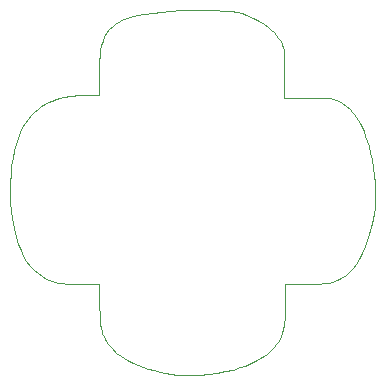
<source format=gbr>
G04 #@! TF.GenerationSoftware,KiCad,Pcbnew,5.1.5*
G04 #@! TF.CreationDate,2020-01-01T17:26:00-06:00*
G04 #@! TF.ProjectId,Python,50797468-6f6e-42e6-9b69-6361645f7063,rev?*
G04 #@! TF.SameCoordinates,Original*
G04 #@! TF.FileFunction,Profile,NP*
%FSLAX46Y46*%
G04 Gerber Fmt 4.6, Leading zero omitted, Abs format (unit mm)*
G04 Created by KiCad (PCBNEW 5.1.5) date 2020-01-01 17:26:00*
%MOMM*%
%LPD*%
G04 APERTURE LIST*
%ADD10C,0.100000*%
G04 APERTURE END LIST*
D10*
X120056778Y-99460233D02*
X118915810Y-99464301D01*
X118915810Y-99464301D02*
X118293224Y-99485722D01*
X118293224Y-99485722D02*
X117650838Y-99540916D01*
X117650838Y-99540916D02*
X116999849Y-99645523D01*
X116999849Y-99645523D02*
X116674629Y-99721242D01*
X116674629Y-99721242D02*
X116351459Y-99815179D01*
X116351459Y-99815179D02*
X116031738Y-99929287D01*
X116031738Y-99929287D02*
X115716867Y-100065522D01*
X115716867Y-100065522D02*
X115408245Y-100225838D01*
X115408245Y-100225838D02*
X115107273Y-100412189D01*
X115107273Y-100412189D02*
X114815350Y-100626531D01*
X114815350Y-100626531D02*
X114533876Y-100870819D01*
X114533876Y-100870819D02*
X114264252Y-101147006D01*
X114264252Y-101147006D02*
X114007877Y-101457048D01*
X114007877Y-101457048D02*
X113766152Y-101802899D01*
X113766152Y-101802899D02*
X113540475Y-102186514D01*
X113540475Y-102186514D02*
X113332248Y-102609848D01*
X113332248Y-102609848D02*
X113142870Y-103074855D01*
X113142870Y-103074855D02*
X112973742Y-103583491D01*
X112973742Y-103583491D02*
X112826262Y-104137709D01*
X112826262Y-104137709D02*
X112701831Y-104739465D01*
X112701831Y-104739465D02*
X112601850Y-105390712D01*
X112601850Y-105390712D02*
X112527718Y-106093407D01*
X112527718Y-106093407D02*
X112480835Y-106849503D01*
X112480835Y-106849503D02*
X112462600Y-107660956D01*
X112462600Y-107660956D02*
X112474415Y-108529719D01*
X112474415Y-108529719D02*
X112536675Y-109179685D01*
X112536675Y-109179685D02*
X112638494Y-109825112D01*
X112638494Y-109825112D02*
X112810939Y-110676015D01*
X112810939Y-110676015D02*
X113003446Y-111500296D01*
X113003446Y-111500296D02*
X113165449Y-112065856D01*
X113165449Y-112065856D02*
X113378039Y-112595897D01*
X113378039Y-112595897D02*
X113615379Y-113079860D01*
X113615379Y-113079860D02*
X113877441Y-113517713D01*
X113877441Y-113517713D02*
X114164199Y-113909424D01*
X114164199Y-113909424D02*
X114475628Y-114254962D01*
X114475628Y-114254962D02*
X114811701Y-114554294D01*
X114811701Y-114554294D02*
X115172393Y-114807389D01*
X115172393Y-114807389D02*
X115557676Y-115014214D01*
X115557676Y-115014214D02*
X115824861Y-115132922D01*
X115824861Y-115132922D02*
X116066762Y-115225365D01*
X116066762Y-115225365D02*
X116308098Y-115295242D01*
X116308098Y-115295242D02*
X116573583Y-115346256D01*
X116573583Y-115346256D02*
X116887935Y-115382109D01*
X116887935Y-115382109D02*
X117275868Y-115406503D01*
X117275868Y-115406503D02*
X118371348Y-115435716D01*
X118371348Y-115435716D02*
X120036768Y-115464646D01*
X120036768Y-115464646D02*
X120042068Y-116091433D01*
X120042068Y-116091433D02*
X120058825Y-117242405D01*
X120058825Y-117242405D02*
X120086519Y-118163355D01*
X120086519Y-118163355D02*
X120123868Y-118822952D01*
X120123868Y-118822952D02*
X120169587Y-119189865D01*
X120169587Y-119189865D02*
X120231819Y-119417022D01*
X120231819Y-119417022D02*
X120310523Y-119640550D01*
X120310523Y-119640550D02*
X120405311Y-119860031D01*
X120405311Y-119860031D02*
X120515793Y-120075045D01*
X120515793Y-120075045D02*
X120641580Y-120285174D01*
X120641580Y-120285174D02*
X120782283Y-120489998D01*
X120782283Y-120489998D02*
X121106877Y-120882058D01*
X121106877Y-120882058D02*
X121486464Y-121247872D01*
X121486464Y-121247872D02*
X121917927Y-121584090D01*
X121917927Y-121584090D02*
X122398155Y-121887360D01*
X122398155Y-121887360D02*
X122924031Y-122154329D01*
X122924031Y-122154329D02*
X123296904Y-122309474D01*
X123296904Y-122309474D02*
X123715706Y-122459697D01*
X123715706Y-122459697D02*
X124170311Y-122602380D01*
X124170311Y-122602380D02*
X124650593Y-122734906D01*
X124650593Y-122734906D02*
X125146426Y-122854659D01*
X125146426Y-122854659D02*
X125647684Y-122959021D01*
X125647684Y-122959021D02*
X126144241Y-123045374D01*
X126144241Y-123045374D02*
X126625972Y-123111103D01*
X126625972Y-123111103D02*
X126625705Y-123111039D01*
X126625705Y-123111039D02*
X127242380Y-123160170D01*
X127242380Y-123160170D02*
X127896949Y-123170812D01*
X127896949Y-123170812D02*
X128578295Y-123144234D01*
X128578295Y-123144234D02*
X129275302Y-123081706D01*
X129275302Y-123081706D02*
X129976853Y-122984498D01*
X129976853Y-122984498D02*
X130671831Y-122853879D01*
X130671831Y-122853879D02*
X131349120Y-122691120D01*
X131349120Y-122691120D02*
X131997601Y-122497490D01*
X131997601Y-122497490D02*
X132373622Y-122365249D01*
X132373622Y-122365249D02*
X132729706Y-122224031D01*
X132729706Y-122224031D02*
X133065872Y-122073820D01*
X133065872Y-122073820D02*
X133382137Y-121914599D01*
X133382137Y-121914599D02*
X133678521Y-121746351D01*
X133678521Y-121746351D02*
X133955043Y-121569060D01*
X133955043Y-121569060D02*
X134211721Y-121382710D01*
X134211721Y-121382710D02*
X134448574Y-121187283D01*
X134448574Y-121187283D02*
X134665622Y-120982764D01*
X134665622Y-120982764D02*
X134862881Y-120769135D01*
X134862881Y-120769135D02*
X135040373Y-120546380D01*
X135040373Y-120546380D02*
X135198114Y-120314483D01*
X135198114Y-120314483D02*
X135336124Y-120073428D01*
X135336124Y-120073428D02*
X135454422Y-119823197D01*
X135454422Y-119823197D02*
X135553026Y-119563774D01*
X135553026Y-119563774D02*
X135631955Y-119295142D01*
X135631955Y-119295142D02*
X135688750Y-118880454D01*
X135688750Y-118880454D02*
X135734874Y-118159201D01*
X135734874Y-118159201D02*
X135767623Y-117189450D01*
X135767623Y-117189450D02*
X135784293Y-116029262D01*
X135784293Y-116029262D02*
X135788193Y-115463953D01*
X135788193Y-115463953D02*
X137578130Y-115435103D01*
X137578130Y-115435103D02*
X138530791Y-115415896D01*
X138530791Y-115415896D02*
X139124507Y-115390209D01*
X139124507Y-115390209D02*
X139485908Y-115349200D01*
X139485908Y-115349200D02*
X139741621Y-115284028D01*
X139741621Y-115284028D02*
X140157092Y-115124318D01*
X140157092Y-115124318D02*
X140540937Y-114926541D01*
X140540937Y-114926541D02*
X140895312Y-114688624D01*
X140895312Y-114688624D02*
X141222372Y-114408495D01*
X141222372Y-114408495D02*
X141524273Y-114084080D01*
X141524273Y-114084080D02*
X141803172Y-113713308D01*
X141803172Y-113713308D02*
X142061224Y-113294107D01*
X142061224Y-113294107D02*
X142300585Y-112824403D01*
X142300585Y-112824403D02*
X142558067Y-112201439D01*
X142558067Y-112201439D02*
X142819573Y-111448883D01*
X142819573Y-111448883D02*
X143055588Y-110658270D01*
X143055588Y-110658270D02*
X143236600Y-109921134D01*
X143236600Y-109921134D02*
X143329190Y-109446454D01*
X143329190Y-109446454D02*
X143379259Y-109032863D01*
X143379259Y-109032863D02*
X143398594Y-108522735D01*
X143398594Y-108522735D02*
X143398984Y-107758445D01*
X143398984Y-107758445D02*
X143368325Y-106750561D01*
X143368325Y-106750561D02*
X143342246Y-106400545D01*
X143342246Y-106400545D02*
X143315684Y-106214220D01*
X143315684Y-106214220D02*
X143206706Y-105529486D01*
X143206706Y-105529486D02*
X143090341Y-104900476D01*
X143090341Y-104900476D02*
X142967015Y-104324352D01*
X142967015Y-104324352D02*
X142837152Y-103798277D01*
X142837152Y-103798277D02*
X142701176Y-103319415D01*
X142701176Y-103319415D02*
X142559512Y-102884928D01*
X142559512Y-102884928D02*
X142412584Y-102491980D01*
X142412584Y-102491980D02*
X142260817Y-102137732D01*
X142260817Y-102137732D02*
X142104636Y-101819348D01*
X142104636Y-101819348D02*
X141944464Y-101533991D01*
X141944464Y-101533991D02*
X141780727Y-101278825D01*
X141780727Y-101278825D02*
X141613849Y-101051010D01*
X141613849Y-101051010D02*
X141444254Y-100847712D01*
X141444254Y-100847712D02*
X141272367Y-100666092D01*
X141272367Y-100666092D02*
X140923414Y-100356540D01*
X140923414Y-100356540D02*
X140923373Y-100356541D01*
X140923373Y-100356541D02*
X140620254Y-100137035D01*
X140620254Y-100137035D02*
X140339971Y-99973021D01*
X140339971Y-99973021D02*
X140077147Y-99855988D01*
X140077147Y-99855988D02*
X139826404Y-99777424D01*
X139826404Y-99777424D02*
X139582364Y-99728821D01*
X139582364Y-99728821D02*
X139339649Y-99701666D01*
X139339649Y-99701666D02*
X138836685Y-99677660D01*
X138836685Y-99677660D02*
X135719626Y-99660480D01*
X135719626Y-99660480D02*
X135711026Y-96360599D01*
X135711026Y-96360599D02*
X135695756Y-95837962D01*
X135695756Y-95837962D02*
X135661159Y-95612224D01*
X135661159Y-95612224D02*
X135610463Y-95413122D01*
X135610463Y-95413122D02*
X135546929Y-95237262D01*
X135546929Y-95237262D02*
X135473817Y-95081248D01*
X135473817Y-95081248D02*
X135311903Y-94815173D01*
X135311903Y-94815173D02*
X135150806Y-94587728D01*
X135150806Y-94587728D02*
X134998452Y-94370546D01*
X134998452Y-94370546D02*
X134815046Y-94144428D01*
X134815046Y-94144428D02*
X134590463Y-93910133D01*
X134590463Y-93910133D02*
X134314577Y-93668418D01*
X134314577Y-93668418D02*
X133977262Y-93420040D01*
X133977262Y-93420040D02*
X133568394Y-93165758D01*
X133568394Y-93165758D02*
X133077847Y-92906328D01*
X133077847Y-92906328D02*
X132495495Y-92642509D01*
X132495495Y-92642509D02*
X132148379Y-92535853D01*
X132148379Y-92535853D02*
X131700620Y-92444693D01*
X131700620Y-92444693D02*
X131165234Y-92369388D01*
X131165234Y-92369388D02*
X130555240Y-92310292D01*
X130555240Y-92310292D02*
X129883655Y-92267764D01*
X129883655Y-92267764D02*
X129163497Y-92242158D01*
X129163497Y-92242158D02*
X128407784Y-92233832D01*
X128407784Y-92233832D02*
X127629532Y-92243142D01*
X127629532Y-92243142D02*
X126841760Y-92270444D01*
X126841760Y-92270444D02*
X126057486Y-92316096D01*
X126057486Y-92316096D02*
X125289727Y-92380453D01*
X125289727Y-92380453D02*
X124551501Y-92463871D01*
X124551501Y-92463871D02*
X123855825Y-92566708D01*
X123855825Y-92566708D02*
X123215717Y-92689320D01*
X123215717Y-92689320D02*
X122644195Y-92832064D01*
X122644195Y-92832064D02*
X122154276Y-92995295D01*
X122154276Y-92995295D02*
X121908879Y-93111559D01*
X121908879Y-93111559D02*
X121682816Y-93235383D01*
X121682816Y-93235383D02*
X121475314Y-93366566D01*
X121475314Y-93366566D02*
X121285601Y-93504904D01*
X121285601Y-93504904D02*
X121112904Y-93650194D01*
X121112904Y-93650194D02*
X120956448Y-93802234D01*
X120956448Y-93802234D02*
X120815462Y-93960821D01*
X120815462Y-93960821D02*
X120689171Y-94125753D01*
X120689171Y-94125753D02*
X120477585Y-94473837D01*
X120477585Y-94473837D02*
X120315504Y-94844866D01*
X120315504Y-94844866D02*
X120196744Y-95237217D01*
X120196744Y-95237217D02*
X120115120Y-95649267D01*
X120115120Y-95649267D02*
X120064447Y-96079396D01*
X120064447Y-96079396D02*
X120038539Y-96525981D01*
X120038539Y-96525981D02*
X120036280Y-97462031D01*
X120036280Y-97462031D02*
X120058863Y-98444440D01*
X120058863Y-98444440D02*
X120056808Y-99460234D01*
X120056808Y-99460234D02*
X120056778Y-99460233D01*
M02*

</source>
